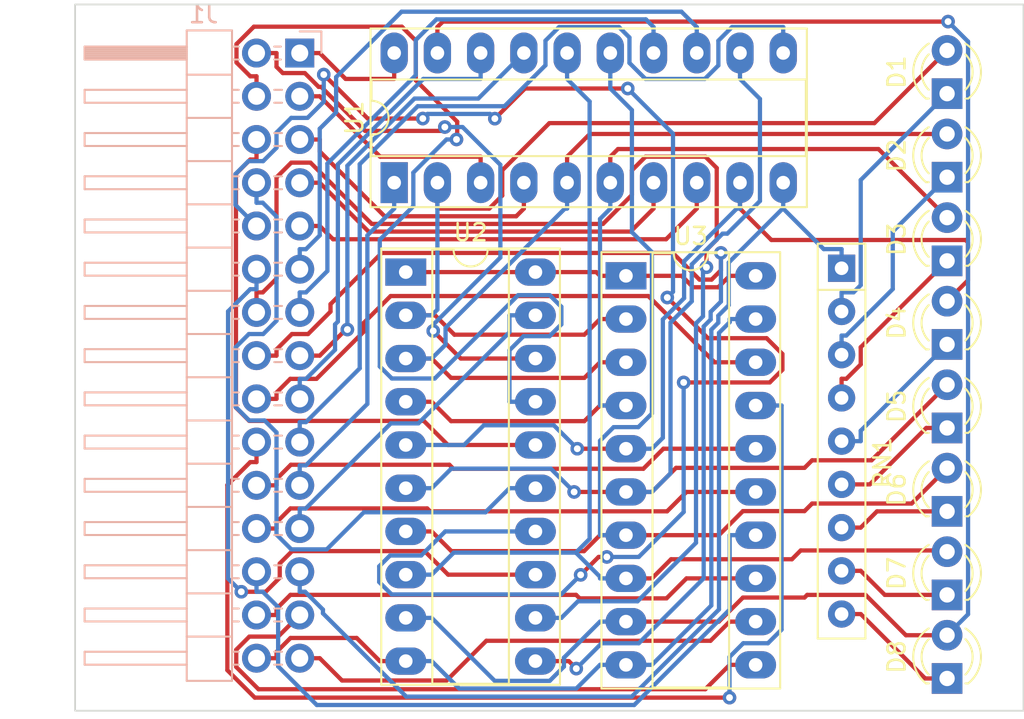
<source format=kicad_pcb>
(kicad_pcb (version 20211014) (generator pcbnew)
  (layers (0 "F.Cu" signal) (31 "B.Cu" signal) (34 "B.Paste" user) (35 "F.Paste" user) (36 "B.SilkS" user "B.Silkscreen") (37 "F.SilkS" user "F.Silkscreen") (38 "B.Mask" user) (39 "F.Mask" user) (44 "Edge.Cuts" user))
  (net 0 "")
  (net 1 "VCC")
  (net 2 "/RD_{0}")
  (net 3 "/D_{0}")
  (net 4 "/RD_{1}")
  (net 5 "/D_{1}")
  (net 6 "/RD_{2}")
  (net 7 "/D_{2}")
  (net 8 "/RD_{3}")
  (net 9 "/D_{3}")
  (net 10 "/RD_{4}")
  (net 11 "/D_{4}")
  (net 12 "/RD_{5}")
  (net 13 "/D_{5}")
  (net 14 "/RD_{6}")
  (net 15 "/D_{6}")
  (net 16 "/RD_{7}")
  (net 17 "/D_{7}")
  (net 18 "/RS_{0}")
  (net 19 "/CLK")
  (net 20 "/RS_{1}")
  (net 21 "/RB_{E}")
  (net 22 "/RS_{2}")
  (net 23 "/RD_{E}")
  (net 24 "/RS_{3}")
  (net 25 "/RS_{E}")
  (net 26 "/RS_{4}")
  (net 27 "/RS_{7}")
  (net 28 "/RS_{5}")
  (net 29 "/RS_{6}")
  (net 30 "GND")
  (net 31 "Net-(U1-Pad2)")
  (net 32 "Net-(U1-Pad5)")
  (net 33 "Net-(U1-Pad6)")
  (net 34 "Net-(U1-Pad9)")
  (net 35 "Net-(U1-Pad12)")
  (net 36 "Net-(U1-Pad15)")
  (net 37 "Net-(U1-Pad16)")
  (net 38 "Net-(U1-Pad19)")
  (net 39 "Net-(U2-Pad1)")
  (net 40 "Net-(D1-Pad1)")
  (net 41 "Net-(D2-Pad1)")
  (net 42 "Net-(D3-Pad1)")
  (net 43 "Net-(D4-Pad1)")
  (net 44 "Net-(D5-Pad1)")
  (net 45 "Net-(D6-Pad1)")
  (net 46 "Net-(D7-Pad1)")
  (net 47 "Net-(D8-Pad1)")
  (footprint "LED_THT:LED_D3.0mm" (layer "F.Cu") (at 83.47 68.555 90)
    (fp_text reference "D3")
    (fp_text value "LED")
  )
  (footprint "Package_DIP:DIP-20_W7.62mm_Socket_LongPads" (layer "F.Cu") (at 64.6 69.435)
    (fp_text reference "U3")
    (fp_text value "74LS245")
  )
  (footprint "LED_THT:LED_D3.0mm" (layer "F.Cu") (at 83.47 88.185 90)
    (fp_text reference "D7")
    (fp_text value "LED")
  )
  (footprint "Package_DIP:DIP-20_W7.62mm_Socket_LongPads" (layer "F.Cu") (at 51.66 69.215)
    (fp_text reference "U2")
    (fp_text value "74LS245")
  )
  (footprint "LED_THT:LED_D3.0mm" (layer "F.Cu") (at 83.47 73.465 90)
    (fp_text reference "D4")
    (fp_text value "LED")
  )
  (footprint "LED_THT:LED_D3.0mm" (layer "F.Cu") (at 83.47 58.73 90)
    (fp_text reference "D1")
    (fp_text value "LED")
  )
  (footprint "Package_DIP:DIP-20_W7.62mm_Socket_LongPads" (layer "F.Cu") (at 50.98 63.96 90)
    (fp_text reference "U1")
    (fp_text value "74LS377")
  )
  (footprint "LED_THT:LED_D3.0mm" (layer "F.Cu") (at 83.47 93.095 90)
    (fp_text reference "D8")
    (fp_text value "LED")
  )
  (footprint "Resistor_THT:R_Array_SIP9" (layer "F.Cu") (at 77.27 68.99 -90)
    (fp_text reference "RN1")
    (fp_text value "R_Network08_Split")
  )
  (footprint "LED_THT:LED_D3.0mm" (layer "F.Cu") (at 83.47 83.275 90)
    (fp_text reference "D6")
    (fp_text value "LED")
  )
  (footprint "LED_THT:LED_D3.0mm" (layer "F.Cu") (at 83.47 78.375 90)
    (fp_text reference "D5")
    (fp_text value "LED")
  )
  (footprint "LED_THT:LED_D3.0mm" (layer "F.Cu") (at 83.47 63.64 90)
    (fp_text reference "D2")
    (fp_text value "LED")
  )
  (footprint "Connector_PinHeader_2.54mm:PinHeader_2x15_P2.54mm_Horizontal" (layer "B.Cu") (at 45.43 56.345 180)
    (fp_text reference "J1")
    (fp_text value "Conn_02x15_Counter_Clockwise")
  )
  (gr_rect (start 32.23 53.49) (end 87.96 94.99) (layer "Edge.Cuts") (width 0.1) (fill none))
  (segment (start 48.1252 57.8651) (end 46.6051 56.345) (width 0.25) (layer "F.Cu") (net 1))
  (segment (start 50.98 57.8651) (end 48.1252 57.8651) (width 0.25) (layer "F.Cu") (net 1))
  (segment (start 50.98 56.34) (end 50.98 57.8651) (width 0.25) (layer "F.Cu") (net 1))
  (segment (start 45.43 56.345) (end 46.6051 56.345) (width 0.25) (layer "F.Cu") (net 1))
  (segment (start 53.7296 60.9183) (end 53.956 60.6919) (width 0.25) (layer "F.Cu") (net 2))
  (segment (start 44.0651 57.1529) (end 44.4323 57.5201) (width 0.25) (layer "F.Cu") (net 2))
  (segment (start 45.7279 57.5201) (end 46.5414 58.3336) (width 0.25) (layer "F.Cu") (net 2))
  (segment (start 53.2735 72.6744) (end 54.8941 74.295) (width 0.25) (layer "F.Cu") (net 2))
  (segment (start 44.4323 57.5201) (end 45.7279 57.5201) (width 0.25) (layer "F.Cu") (net 2))
  (segment (start 46.5414 58.3336) (end 46.6904 58.3336) (width 0.25) (layer "F.Cu") (net 2))
  (segment (start 49.2751 60.9183) (end 53.7296 60.9183) (width 0.25) (layer "F.Cu") (net 2))
  (segment (start 44.0651 56.345) (end 44.0651 57.1529) (width 0.25) (layer "F.Cu") (net 2))
  (segment (start 42.89 56.345) (end 44.0651 56.345) (width 0.25) (layer "F.Cu") (net 2))
  (segment (start 46.6904 58.3336) (end 49.2751 60.9183) (width 0.25) (layer "F.Cu") (net 2))
  (segment (start 54.8941 74.295) (end 59.28 74.295) (width 0.25) (layer "F.Cu") (net 2))
  (via (at 53.956 60.6919) (size 0.8) (drill 0.4) (layers "F.Cu" "B.Cu") (net 2))
  (via (at 53.2735 72.6744) (size 0.8) (drill 0.4) (layers "F.Cu" "B.Cu") (net 2))
  (segment (start 57.2195 62.913) (end 54.9984 60.6919) (width 0.25) (layer "B.Cu") (net 2))
  (segment (start 53.2735 72.6744) (end 53.2735 72.3033) (width 0.25) (layer "B.Cu") (net 2))
  (segment (start 53.2735 72.3033) (end 57.2195 68.3573) (width 0.25) (layer "B.Cu") (net 2))
  (segment (start 57.2195 68.3573) (end 57.2195 62.913) (width 0.25) (layer "B.Cu") (net 2))
  (segment (start 54.9984 60.6919) (end 53.956 60.6919) (width 0.25) (layer "B.Cu") (net 2))
  (segment (start 56.06 63.96) (end 56.06 62.4349) (width 0.25) (layer "F.Cu") (net 3))
  (segment (start 46.6051 58.885) (end 50.155 62.4349) (width 0.25) (layer "F.Cu") (net 3))
  (segment (start 50.155 62.4349) (end 56.06 62.4349) (width 0.25) (layer "F.Cu") (net 3))
  (segment (start 45.43 58.885) (end 46.6051 58.885) (width 0.25) (layer "F.Cu") (net 3))
  (segment (start 41.7137 56.9008) (end 41.7137 55.8172) (width 0.25) (layer "F.Cu") (net 4))
  (segment (start 42.89 57.7099) (end 42.5228 57.7099) (width 0.25) (layer "F.Cu") (net 4))
  (segment (start 51.43 54.7945) (end 52.25 55.6145) (width 0.25) (layer "F.Cu") (net 4))
  (segment (start 54.6829 61.38) (end 54.6411 61.4218) (width 0.25) (layer "F.Cu") (net 4))
  (segment (start 42.7364 54.7945) (end 51.43 54.7945) (width 0.25) (layer "F.Cu") (net 4))
  (segment (start 52.25 57.9447) (end 54.6829 60.3776) (width 0.25) (layer "F.Cu") (net 4))
  (segment (start 54.6829 60.3776) (end 54.6829 61.38) (width 0.25) (layer "F.Cu") (net 4))
  (segment (start 52.25 55.6145) (end 52.25 57.9447) (width 0.25) (layer "F.Cu") (net 4))
  (segment (start 41.7137 55.8172) (end 42.7364 54.7945) (width 0.25) (layer "F.Cu") (net 4))
  (segment (start 42.5228 57.7099) (end 41.7137 56.9008) (width 0.25) (layer "F.Cu") (net 4))
  (segment (start 42.89 58.885) (end 42.89 57.7099) (width 0.25) (layer "F.Cu") (net 4))
  (via (at 54.6411 61.4218) (size 0.8) (drill 0.4) (layers "F.Cu" "B.Cu") (net 4))
  (segment (start 60.1068 72.9816) (end 60.8051 72.2833) (width 0.25) (layer "B.Cu") (net 4))
  (segment (start 52.1052 63.3679) (end 54.0513 61.4218) (width 0.25) (layer "B.Cu") (net 4))
  (segment (start 50.8423 75.4686) (end 50.1336 74.7599) (width 0.25) (layer "B.Cu") (net 4))
  (segment (start 60.1185 70.5698) (end 58.2652 70.5698) (width 0.25) (layer "B.Cu") (net 4))
  (segment (start 57.7549 73.8077) (end 58.581 72.9816) (width 0.25) (layer "B.Cu") (net 4))
  (segment (start 50.1336 74.7599) (end 50.1336 67.3153) (width 0.25) (layer "B.Cu") (net 4))
  (segment (start 60.8051 72.2833) (end 60.8051 71.2564) (width 0.25) (layer "B.Cu") (net 4))
  (segment (start 52.1052 65.3437) (end 52.1052 63.3679) (width 0.25) (layer "B.Cu") (net 4))
  (segment (start 57.7549 76.835) (end 57.7549 73.8077) (width 0.25) (layer "B.Cu") (net 4))
  (segment (start 54.0513 61.4218) (end 54.6411 61.4218) (width 0.25) (layer "B.Cu") (net 4))
  (segment (start 58.581 72.9816) (end 60.1068 72.9816) (width 0.25) (layer "B.Cu") (net 4))
  (segment (start 59.28 76.835) (end 57.7549 76.835) (width 0.25) (layer "B.Cu") (net 4))
  (segment (start 53.3664 75.4686) (end 50.8423 75.4686) (width 0.25) (layer "B.Cu") (net 4))
  (segment (start 58.2652 70.5698) (end 53.3664 75.4686) (width 0.25) (layer "B.Cu") (net 4))
  (segment (start 60.8051 71.2564) (end 60.1185 70.5698) (width 0.25) (layer "B.Cu") (net 4))
  (segment (start 50.1336 67.3153) (end 52.1052 65.3437) (width 0.25) (layer "B.Cu") (net 4))
  (segment (start 58.1499 65.9352) (end 58.6 65.4851) (width 0.25) (layer "F.Cu") (net 5))
  (segment (start 58.6 63.96) (end 58.6 65.4851) (width 0.25) (layer "F.Cu") (net 5))
  (segment (start 45.43 61.425) (end 46.6051 61.425) (width 0.25) (layer "F.Cu") (net 5))
  (segment (start 50.4155 65.9352) (end 58.1499 65.9352) (width 0.25) (layer "F.Cu") (net 5))
  (segment (start 46.6051 62.1248) (end 50.4155 65.9352) (width 0.25) (layer "F.Cu") (net 5))
  (segment (start 46.6051 61.425) (end 46.6051 62.1248) (width 0.25) (layer "F.Cu") (net 5))
  (segment (start 42.89 62.6001) (end 42.5228 62.6001) (width 0.25) (layer "F.Cu") (net 6))
  (segment (start 41.6833 77.1805) (end 42.463 77.9602) (width 0.25) (layer "F.Cu") (net 6))
  (segment (start 42.5228 62.6001) (end 41.6833 63.4396) (width 0.25) (layer "F.Cu") (net 6))
  (segment (start 42.89 61.425) (end 42.89 62.6001) (width 0.25) (layer "F.Cu") (net 6))
  (segment (start 42.463 77.9602) (end 52.7215 77.9602) (width 0.25) (layer "F.Cu") (net 6))
  (segment (start 54.1363 79.375) (end 59.28 79.375) (width 0.25) (layer "F.Cu") (net 6))
  (segment (start 41.6833 63.4396) (end 41.6833 77.1805) (width 0.25) (layer "F.Cu") (net 6))
  (segment (start 52.7215 77.9602) (end 54.1363 79.375) (width 0.25) (layer "F.Cu") (net 6))
  (segment (start 49.4755 66.8354) (end 64.8697 66.8354) (width 0.25) (layer "F.Cu") (net 7))
  (segment (start 64.8697 66.8354) (end 66.22 65.4851) (width 0.25) (layer "F.Cu") (net 7))
  (segment (start 46.6051 63.965) (end 49.4755 66.8354) (width 0.25) (layer "F.Cu") (net 7))
  (segment (start 66.22 63.96) (end 66.22 65.4851) (width 0.25) (layer "F.Cu") (net 7))
  (segment (start 45.43 63.965) (end 46.6051 63.965) (width 0.25) (layer "F.Cu") (net 7))
  (segment (start 47.0184 85.509) (end 49.1976 83.3298) (width 0.25) (layer "B.Cu") (net 8))
  (segment (start 42.4409 72.855) (end 41.6685 73.6274) (width 0.25) (layer "B.Cu") (net 8))
  (segment (start 42.461 77.935) (end 43.3634 77.935) (width 0.25) (layer "B.Cu") (net 8))
  (segment (start 49.1976 83.3298) (end 56.3401 83.3298) (width 0.25) (layer "B.Cu") (net 8))
  (segment (start 43.2573 65.1401) (end 44.0651 65.9479) (width 0.25) (layer "B.Cu") (net 8))
  (segment (start 44.0651 84.6392) (end 44.9349 85.509) (width 0.25) (layer "B.Cu") (net 8))
  (segment (start 59.28 81.915) (end 57.7549 81.915) (width 0.25) (layer "B.Cu") (net 8))
  (segment (start 42.89 65.1401) (end 43.2573 65.1401) (width 0.25) (layer "B.Cu") (net 8))
  (segment (start 42.89 63.965) (end 42.89 65.1401) (width 0.25) (layer "B.Cu") (net 8))
  (segment (start 41.6685 77.1425) (end 42.461 77.935) (width 0.25) (layer "B.Cu") (net 8))
  (segment (start 43.3634 77.935) (end 44.0651 78.6367) (width 0.25) (layer "B.Cu") (net 8))
  (segment (start 44.0651 65.9479) (end 44.0651 72.074) (width 0.25) (layer "B.Cu") (net 8))
  (segment (start 43.2841 72.855) (end 42.4409 72.855) (width 0.25) (layer "B.Cu") (net 8))
  (segment (start 44.0651 72.074) (end 43.2841 72.855) (width 0.25) (layer "B.Cu") (net 8))
  (segment (start 44.9349 85.509) (end 47.0184 85.509) (width 0.25) (layer "B.Cu") (net 8))
  (segment (start 44.0651 78.6367) (end 44.0651 84.6392) (width 0.25) (layer "B.Cu") (net 8))
  (segment (start 56.3401 83.3298) (end 57.7549 81.915) (width 0.25) (layer "B.Cu") (net 8))
  (segment (start 41.6685 73.6274) (end 41.6685 77.1425) (width 0.25) (layer "B.Cu") (net 8))
  (segment (start 47.3856 67.2855) (end 66.9596 67.2855) (width 0.25) (layer "F.Cu") (net 9))
  (segment (start 66.9596 67.2855) (end 68.76 65.4851) (width 0.25) (layer "F.Cu") (net 9))
  (segment (start 46.6051 66.505) (end 47.3856 67.2855) (width 0.25) (layer "F.Cu") (net 9))
  (segment (start 68.76 63.96) (end 68.76 65.4851) (width 0.25) (layer "F.Cu") (net 9))
  (segment (start 45.43 66.505) (end 46.6051 66.505) (width 0.25) (layer "F.Cu") (net 9))
  (segment (start 62.9904 85.9543) (end 63.4753 85.9543) (width 0.25) (layer "F.Cu") (net 10))
  (segment (start 49.4264 60.1932) (end 52.6618 60.1932) (width 0.25) (layer "F.Cu") (net 10))
  (segment (start 73.0484 75.7007) (end 67.9903 75.7007) (width 0.25) (layer "F.Cu") (net 10))
  (segment (start 61.9375 87.0072) (end 62.9904 85.9543) (width 0.25) (layer "F.Cu") (net 10))
  (segment (start 69.4175 73.1002) (end 72.8654 73.1002) (width 0.25) (layer "F.Cu") (net 10))
  (segment (start 73.7938 74.9553) (end 73.0484 75.7007) (width 0.25) (layer "F.Cu") (net 10))
  (segment (start 73.7938 74.0286) (end 73.7938 74.9553) (width 0.25) (layer "F.Cu") (net 10))
  (segment (start 46.8417 57.6085) (end 49.4264 60.1932) (width 0.25) (layer "F.Cu") (net 10))
  (segment (start 67.0277 70.7104) (end 69.4175 73.1002) (width 0.25) (layer "F.Cu") (net 10))
  (segment (start 56.8947 60.1986) (end 58.6651 58.4282) (width 0.25) (layer "F.Cu") (net 10))
  (segment (start 58.6651 58.4282) (end 64.7056 58.4282) (width 0.25) (layer "F.Cu") (net 10))
  (segment (start 72.8654 73.1002) (end 73.7938 74.0286) (width 0.25) (layer "F.Cu") (net 10))
  (via (at 67.9903 75.7007) (size 0.8) (drill 0.4) (layers "F.Cu" "B.Cu") (net 10))
  (via (at 67.0277 70.7104) (size 0.8) (drill 0.4) (layers "F.Cu" "B.Cu") (net 10))
  (via (at 63.4753 85.9543) (size 0.8) (drill 0.4) (layers "F.Cu" "B.Cu") (net 10))
  (via (at 56.8947 60.1986) (size 0.8) (drill 0.4) (layers "F.Cu" "B.Cu") (net 10))
  (via (at 52.6618 60.1932) (size 0.8) (drill 0.4) (layers "F.Cu" "B.Cu") (net 10))
  (via (at 61.9375 87.0072) (size 0.8) (drill 0.4) (layers "F.Cu" "B.Cu") (net 10))
  (via (at 64.7056 58.4282) (size 0.8) (drill 0.4) (layers "F.Cu" "B.Cu") (net 10))
  (via (at 46.8417 57.6085) (size 0.8) (drill 0.4) (layers "F.Cu" "B.Cu") (net 10))
  (segment (start 41.6556 65.2706) (end 41.6556 63.4548) (width 0.25) (layer "B.Cu") (net 10))
  (segment (start 43.2818 62.695) (end 44.0651 61.9117) (width 0.25) (layer "B.Cu") (net 10))
  (segment (start 56.6181 59.922) (end 56.8947 60.1986) (width 0.25) (layer "B.Cu") (net 10))
  (segment (start 67.3641 61.0867) (end 67.3641 70.374) (width 0.25) (layer "B.Cu") (net 10))
  (segment (start 41.6556 63.4548) (end 42.4154 62.695) (width 0.25) (layer "B.Cu") (net 10))
  (segment (start 45.8884 60.155) (end 46.8417 59.2017) (width 0.25) (layer "B.Cu") (net 10))
  (segment (start 50.8275 88.1565) (end 50.0992 87.4282) (width 0.25) (layer "B.Cu") (net 10))
  (segment (start 44.0651 61.9117) (end 44.0651 61.0176) (width 0.25) (layer "B.Cu") (net 10))
  (segment (start 63.4753 85.9543) (end 65.3503 85.9543) (width 0.25) (layer "B.Cu") (net 10))
  (segment (start 67.3641 70.374) (end 67.0277 70.7104) (width 0.25) (layer "B.Cu") (net 10))
  (segment (start 53.9805 84.455) (end 59.28 84.455) (width 0.25) (layer "B.Cu") (net 10))
  (segment (start 52.933 59.922) (end 56.6181 59.922) (width 0.25) (layer "B.Cu") (net 10))
  (segment (start 42.89 66.505) (end 41.6556 65.2706) (width 0.25) (layer "B.Cu") (net 10))
  (segment (start 50.7351 85.8698) (end 52.5657 85.8698) (width 0.25) (layer "B.Cu") (net 10))
  (segment (start 60.7882 88.1565) (end 50.8275 88.1565) (width 0.25) (layer "B.Cu") (net 10))
  (segment (start 44.9277 60.155) (end 45.8884 60.155) (width 0.25) (layer "B.Cu") (net 10))
  (segment (start 44.0651 61.0176) (end 44.9277 60.155) (width 0.25) (layer "B.Cu") (net 10))
  (segment (start 50.0992 86.5057) (end 50.7351 85.8698) (width 0.25) (layer "B.Cu") (net 10))
  (segment (start 50.0992 87.4282) (end 50.0992 86.5057) (width 0.25) (layer "B.Cu") (net 10))
  (segment (start 67.9903 83.3143) (end 67.9903 75.7007) (width 0.25) (layer "B.Cu") (net 10))
  (segment (start 42.4154 62.695) (end 43.2818 62.695) (width 0.25) (layer "B.Cu") (net 10))
  (segment (start 65.3503 85.9543) (end 67.9903 83.3143) (width 0.25) (layer "B.Cu") (net 10))
  (segment (start 52.5657 85.8698) (end 53.9805 84.455) (width 0.25) (layer "B.Cu") (net 10))
  (segment (start 61.9375 87.0072) (end 60.7882 88.1565) (width 0.25) (layer "B.Cu") (net 10))
  (segment (start 64.7056 58.4282) (end 67.3641 61.0867) (width 0.25) (layer "B.Cu") (net 10))
  (segment (start 46.8417 59.2017) (end 46.8417 57.6085) (width 0.25) (layer "B.Cu") (net 10))
  (segment (start 52.6618 60.1932) (end 52.933 59.922) (width 0.25) (layer "B.Cu") (net 10))
  (segment (start 45.43 67.8699) (end 45.7973 67.8699) (width 0.25) (layer "B.Cu") (net 11))
  (segment (start 45.43 69.045) (end 45.43 67.8699) (width 0.25) (layer "B.Cu") (net 11))
  (segment (start 46.6051 60.7916) (end 47.5669 59.8298) (width 0.25) (layer "B.Cu") (net 11))
  (segment (start 67.8598 53.9147) (end 68.76 54.8149) (width 0.25) (layer "B.Cu") (net 11))
  (segment (start 68.76 56.34) (end 68.76 54.8149) (width 0.25) (layer "B.Cu") (net 11))
  (segment (start 47.5669 59.8298) (end 47.5669 57.7596) (width 0.25) (layer "B.Cu") (net 11))
  (segment (start 47.5669 57.7596) (end 51.4118 53.9147) (width 0.25) (layer "B.Cu") (net 11))
  (segment (start 45.7973 67.8699) (end 46.6051 67.0621) (width 0.25) (layer "B.Cu") (net 11))
  (segment (start 51.4118 53.9147) (end 67.8598 53.9147) (width 0.25) (layer "B.Cu") (net 11))
  (segment (start 46.6051 67.0621) (end 46.6051 60.7916) (width 0.25) (layer "B.Cu") (net 11))
  (segment (start 44.2548 86.338) (end 44.9816 85.6112) (width 0.25) (layer "F.Cu") (net 12))
  (segment (start 43.4313 88.0002) (end 44.2548 87.1767) (width 0.25) (layer "F.Cu") (net 12))
  (segment (start 44.2548 87.1767) (end 44.2548 86.338) (width 0.25) (layer "F.Cu") (net 12))
  (segment (start 54.1496 86.995) (end 57.7549 86.995) (width 0.25) (layer "F.Cu") (net 12))
  (segment (start 41.9955 88.0002) (end 43.4313 88.0002) (width 0.25) (layer "F.Cu") (net 12))
  (segment (start 59.28 86.995) (end 57.7549 86.995) (width 0.25) (layer "F.Cu") (net 12))
  (segment (start 44.9816 85.6112) (end 52.7658 85.6112) (width 0.25) (layer "F.Cu") (net 12))
  (segment (start 52.7658 85.6112) (end 54.1496 86.995) (width 0.25) (layer "F.Cu") (net 12))
  (via (at 41.9955 88.0002) (size 0.8) (drill 0.4) (layers "F.Cu" "B.Cu") (net 12))
  (segment (start 41.2184 87.2231) (end 41.9955 88.0002) (width 0.25) (layer "B.Cu") (net 12))
  (segment (start 42.89 70.2201) (end 42.5228 70.2201) (width 0.25) (layer "B.Cu") (net 12))
  (segment (start 42.89 69.045) (end 42.89 70.2201) (width 0.25) (layer "B.Cu") (net 12))
  (segment (start 41.2184 71.5245) (end 41.2184 87.2231) (width 0.25) (layer "B.Cu") (net 12))
  (segment (start 42.5228 70.2201) (end 41.2184 71.5245) (width 0.25) (layer "B.Cu") (net 12))
  (segment (start 52.25 55.5753) (end 52.25 57.6425) (width 0.25) (layer "B.Cu") (net 13))
  (segment (start 45.7952 70.4099) (end 45.43 70.4099) (width 0.25) (layer "B.Cu") (net 13))
  (segment (start 65.7699 54.3648) (end 53.4605 54.3648) (width 0.25) (layer "B.Cu") (net 13))
  (segment (start 47.0552 69.1499) (end 45.7952 70.4099) (width 0.25) (layer "B.Cu") (net 13))
  (segment (start 66.22 54.8149) (end 65.7699 54.3648) (width 0.25) (layer "B.Cu") (net 13))
  (segment (start 45.43 71.585) (end 45.43 70.4099) (width 0.25) (layer "B.Cu") (net 13))
  (segment (start 47.0552 62.8373) (end 47.0552 69.1499) (width 0.25) (layer "B.Cu") (net 13))
  (segment (start 52.25 57.6425) (end 47.0552 62.8373) (width 0.25) (layer "B.Cu") (net 13))
  (segment (start 53.4605 54.3648) (end 52.25 55.5753) (width 0.25) (layer "B.Cu") (net 13))
  (segment (start 66.22 56.34) (end 66.22 54.8149) (width 0.25) (layer "B.Cu") (net 13))
  (segment (start 69.9336 67.3093) (end 69.3268 67.9161) (width 0.25) (layer "F.Cu") (net 14))
  (segment (start 49.662 66.3853) (end 63.2486 66.3853) (width 0.25) (layer "F.Cu") (net 14))
  (segment (start 46.0597 62.783) (end 49.662 66.3853) (width 0.25) (layer "F.Cu") (net 14))
  (segment (start 69.9336 63.1001) (end 69.9336 67.3093) (width 0.25) (layer "F.Cu") (net 14))
  (segment (start 69.3268 67.9161) (end 69.3268 68.9315) (width 0.25) (layer "F.Cu") (net 14))
  (segment (start 42.89 70.4099) (end 43.2573 70.4099) (width 0.25) (layer "F.Cu") (net 14))
  (segment (start 42.89 71.585) (end 42.89 70.4099) (width 0.25) (layer "F.Cu") (net 14))
  (segment (start 64.95 63.2343) (end 65.7494 62.4349) (width 0.25) (layer "F.Cu") (net 14))
  (segment (start 63.2486 66.3853) (end 64.95 64.6839) (width 0.25) (layer "F.Cu") (net 14))
  (segment (start 65.7494 62.4349) (end 69.2684 62.4349) (width 0.25) (layer "F.Cu") (net 14))
  (segment (start 44.0651 69.6021) (end 44.0651 63.6502) (width 0.25) (layer "F.Cu") (net 14))
  (segment (start 64.95 64.6839) (end 64.95 63.2343) (width 0.25) (layer "F.Cu") (net 14))
  (segment (start 44.0651 63.6502) (end 44.9323 62.783) (width 0.25) (layer "F.Cu") (net 14))
  (segment (start 69.2684 62.4349) (end 69.9336 63.1001) (width 0.25) (layer "F.Cu") (net 14))
  (segment (start 43.2573 70.4099) (end 44.0651 69.6021) (width 0.25) (layer "F.Cu") (net 14))
  (segment (start 44.9323 62.783) (end 46.0597 62.783) (width 0.25) (layer "F.Cu") (net 14))
  (via (at 69.3268 68.9315) (size 0.8) (drill 0.4) (layers "F.Cu" "B.Cu") (net 14))
  (segment (start 60.8051 89.535) (end 61.7812 88.5589) (width 0.25) (layer "B.Cu") (net 14))
  (segment (start 65.2796 88.5589) (end 68.7162 85.1223) (width 0.25) (layer "B.Cu") (net 14))
  (segment (start 69.1265 71.8161) (end 69.1265 69.1318) (width 0.25) (layer "B.Cu") (net 14))
  (segment (start 68.7162 72.2264) (end 69.1265 71.8161) (width 0.25) (layer "B.Cu") (net 14))
  (segment (start 61.7812 88.5589) (end 65.2796 88.5589) (width 0.25) (layer "B.Cu") (net 14))
  (segment (start 68.7162 85.1223) (end 68.7162 72.2264) (width 0.25) (layer "B.Cu") (net 14))
  (segment (start 69.1265 69.1318) (end 69.3268 68.9315) (width 0.25) (layer "B.Cu") (net 14))
  (segment (start 59.28 89.535) (end 60.8051 89.535) (width 0.25) (layer "B.Cu") (net 14))
  (segment (start 46.6051 74.125) (end 48.1394 72.5907) (width 0.25) (layer "F.Cu") (net 15))
  (segment (start 48.1394 72.5907) (end 48.2295 72.5907) (width 0.25) (layer "F.Cu") (net 15))
  (segment (start 45.43 74.125) (end 46.6051 74.125) (width 0.25) (layer "F.Cu") (net 15))
  (via (at 48.2295 72.5907) (size 0.8) (drill 0.4) (layers "F.Cu" "B.Cu") (net 15))
  (segment (start 58.6 56.34) (end 55.922 59.018) (width 0.25) (layer "B.Cu") (net 15))
  (segment (start 55.922 59.018) (end 52.175 59.018) (width 0.25) (layer "B.Cu") (net 15))
  (segment (start 52.175 59.018) (end 48.2295 62.9635) (width 0.25) (layer "B.Cu") (net 15))
  (segment (start 48.2295 62.9635) (end 48.2295 72.5907) (width 0.25) (layer "B.Cu") (net 15))
  (segment (start 47.2384 71.5383) (end 47.2384 71.0993) (width 0.25) (layer "F.Cu") (net 16))
  (segment (start 44.0651 73.7597) (end 44.9698 72.855) (width 0.25) (layer "F.Cu") (net 16))
  (segment (start 45.9217 72.855) (end 47.2384 71.5383) (width 0.25) (layer "F.Cu") (net 16))
  (segment (start 67.3504 68.0898) (end 68.9172 69.6566) (width 0.25) (layer "F.Cu") (net 16))
  (segment (start 59.28 92.075) (end 61.2411 92.075) (width 0.25) (layer "F.Cu") (net 16))
  (segment (start 61.2411 92.075) (end 61.6801 92.514) (width 0.25) (layer "F.Cu") (net 16))
  (segment (start 69.633 69.6566) (end 70.1805 69.1091) (width 0.25) (layer "F.Cu") (net 16))
  (segment (start 50.2479 68.0898) (end 67.3504 68.0898) (width 0.25) (layer "F.Cu") (net 16))
  (segment (start 44.9698 72.855) (end 45.9217 72.855) (width 0.25) (layer "F.Cu") (net 16))
  (segment (start 47.2384 71.0993) (end 50.2479 68.0898) (width 0.25) (layer "F.Cu") (net 16))
  (segment (start 68.9172 69.6566) (end 69.633 69.6566) (width 0.25) (layer "F.Cu") (net 16))
  (segment (start 70.1805 69.1091) (end 70.1805 68.0878) (width 0.25) (layer "F.Cu") (net 16))
  (segment (start 42.89 74.125) (end 44.0651 74.125) (width 0.25) (layer "F.Cu") (net 16))
  (segment (start 44.0651 74.125) (end 44.0651 73.7597) (width 0.25) (layer "F.Cu") (net 16))
  (via (at 61.6801 92.514) (size 0.8) (drill 0.4) (layers "F.Cu" "B.Cu") (net 16))
  (via (at 70.1805 68.0878) (size 0.8) (drill 0.4) (layers "F.Cu" "B.Cu") (net 16))
  (segment (start 69.1663 72.4129) (end 69.5766 72.0026) (width 0.25) (layer "B.Cu") (net 16))
  (segment (start 69.5766 72.0026) (end 69.5766 71.5512) (width 0.25) (layer "B.Cu") (net 16))
  (segment (start 61.6801 92.514) (end 63.1691 91.025) (width 0.25) (layer "B.Cu") (net 16))
  (segment (start 65.3539 91.025) (end 69.1663 87.2126) (width 0.25) (layer "B.Cu") (net 16))
  (segment (start 69.1663 87.2126) (end 69.1663 72.4129) (width 0.25) (layer "B.Cu") (net 16))
  (segment (start 69.5766 71.5512) (end 70.1805 70.9473) (width 0.25) (layer "B.Cu") (net 16))
  (segment (start 63.1691 91.025) (end 65.3539 91.025) (width 0.25) (layer "B.Cu") (net 16))
  (segment (start 70.1805 70.9473) (end 70.1805 68.0878) (width 0.25) (layer "B.Cu") (net 16))
  (segment (start 45.7973 75.4899) (end 45.43 75.4899) (width 0.25) (layer "B.Cu") (net 17))
  (segment (start 52.6913 57.8651) (end 47.6709 62.8855) (width 0.25) (layer "B.Cu") (net 17))
  (segment (start 47.5044 72.2904) (end 47.5044 73.7828) (width 0.25) (layer "B.Cu") (net 17))
  (segment (start 47.6709 62.8855) (end 47.6709 72.1239) (width 0.25) (layer "B.Cu") (net 17))
  (segment (start 47.5044 73.7828) (end 45.7973 75.4899) (width 0.25) (layer "B.Cu") (net 17))
  (segment (start 56.06 57.8651) (end 52.6913 57.8651) (width 0.25) (layer "B.Cu") (net 17))
  (segment (start 47.6709 72.1239) (end 47.5044 72.2904) (width 0.25) (layer "B.Cu") (net 17))
  (segment (start 56.06 56.34) (end 56.06 57.8651) (width 0.25) (layer "B.Cu") (net 17))
  (segment (start 45.43 76.665) (end 45.43 75.4899) (width 0.25) (layer "B.Cu") (net 17))
  (segment (start 49.1848 72.7203) (end 49.1848 72.2079) (width 0.25) (layer "F.Cu") (net 18))
  (segment (start 49.1848 72.2079) (end 50.7707 70.622) (width 0.25) (layer "F.Cu") (net 18))
  (segment (start 50.7707 70.622) (end 65.9139 70.622) (width 0.25) (layer "F.Cu") (net 18))
  (segment (start 69.8069 74.515) (end 70.6949 74.515) (width 0.25) (layer "F.Cu") (net 18))
  (segment (start 44.0651 76.2977) (end 44.8729 75.4899) (width 0.25) (layer "F.Cu") (net 18))
  (segment (start 44.0651 76.665) (end 44.0651 76.2977) (width 0.25) (layer "F.Cu") (net 18))
  (segment (start 46.4152 75.4899) (end 49.1848 72.7203) (width 0.25) (layer "F.Cu") (net 18))
  (segment (start 65.9139 70.622) (end 69.8069 74.515) (width 0.25) (layer "F.Cu") (net 18))
  (segment (start 42.89 76.665) (end 44.0651 76.665) (width 0.25) (layer "F.Cu") (net 18))
  (segment (start 72.22 74.515) (end 70.6949 74.515) (width 0.25) (layer "F.Cu") (net 18))
  (segment (start 44.8729 75.4899) (end 46.4152 75.4899) (width 0.25) (layer "F.Cu") (net 18))
  (segment (start 45.43 79.205) (end 45.43 78.0299) (width 0.25) (layer "B.Cu") (net 19))
  (segment (start 60.6711 54.8149) (end 59.87 55.616) (width 0.25) (layer "B.Cu") (net 19))
  (segment (start 64.8052 56.9255) (end 64.8052 55.4317) (width 0.25) (layer "B.Cu") (net 19))
  (segment (start 48.9546 74.8725) (end 45.7972 78.0299) (width 0.25) (layer "B.Cu") (net 19))
  (segment (start 59.87 55.616) (end 59.87 57.0615) (width 0.25) (layer "B.Cu") (net 19))
  (segment (start 69.2335 57.8652) (end 65.7449 57.8652) (width 0.25) (layer "B.Cu") (net 19))
  (segment (start 70.8334 54.8149) (end 70.03 55.6183) (width 0.25) (layer "B.Cu") (net 19))
  (segment (start 64.1884 54.8149) (end 60.6711 54.8149) (width 0.25) (layer "B.Cu") (net 19))
  (segment (start 70.03 57.0687) (end 69.2335 57.8652) (width 0.25) (layer "B.Cu") (net 19))
  (segment (start 45.7972 78.0299) (end 45.43 78.0299) (width 0.25) (layer "B.Cu") (net 19))
  (segment (start 48.9546 62.875) (end 48.9546 74.8725) (width 0.25) (layer "B.Cu") (net 19))
  (segment (start 73.84 54.8149) (end 70.8334 54.8149) (width 0.25) (layer "B.Cu") (net 19))
  (segment (start 59.87 57.0615) (end 57.4634 59.4681) (width 0.25) (layer "B.Cu") (net 19))
  (segment (start 70.03 55.6183) (end 70.03 57.0687) (width 0.25) (layer "B.Cu") (net 19))
  (segment (start 65.7449 57.8652) (end 64.8052 56.9255) (width 0.25) (layer "B.Cu") (net 19))
  (segment (start 73.84 56.34) (end 73.84 54.8149) (width 0.25) (layer "B.Cu") (net 19))
  (segment (start 52.3615 59.4681) (end 48.9546 62.875) (width 0.25) (layer "B.Cu") (net 19))
  (segment (start 64.8052 55.4317) (end 64.1884 54.8149) (width 0.25) (layer "B.Cu") (net 19))
  (segment (start 57.4634 59.4681) (end 52.3615 59.4681) (width 0.25) (layer "B.Cu") (net 19))
  (segment (start 42.7899 94.2216) (end 70.6842 94.2216) (width 0.25) (layer "F.Cu") (net 20))
  (segment (start 41.1765 81.7264) (end 41.1765 92.6082) (width 0.25) (layer "F.Cu") (net 20))
  (segment (start 41.1765 92.6082) (end 42.7899 94.2216) (width 0.25) (layer "F.Cu") (net 20))
  (segment (start 42.5228 80.3801) (end 41.1765 81.7264) (width 0.25) (layer "F.Cu") (net 20))
  (segment (start 42.89 80.3801) (end 42.5228 80.3801) (width 0.25) (layer "F.Cu") (net 20))
  (segment (start 42.89 79.205) (end 42.89 80.3801) (width 0.25) (layer "F.Cu") (net 20))
  (via (at 70.6842 94.2216) (size 0.8) (drill 0.4) (layers "F.Cu" "B.Cu") (net 20))
  (segment (start 73.7451 77.055) (end 73.7451 90.224) (width 0.25) (layer "B.Cu") (net 20))
  (segment (start 72.22 77.055) (end 73.7451 77.055) (width 0.25) (layer "B.Cu") (net 20))
  (segment (start 72.9441 91.025) (end 71.4913 91.025) (width 0.25) (layer "B.Cu") (net 20))
  (segment (start 73.7451 90.224) (end 72.9441 91.025) (width 0.25) (layer "B.Cu") (net 20))
  (segment (start 70.6842 91.8321) (end 70.6842 94.2216) (width 0.25) (layer "B.Cu") (net 20))
  (segment (start 71.4913 91.025) (end 70.6842 91.8321) (width 0.25) (layer "B.Cu") (net 20))
  (segment (start 49.4048 76.9603) (end 45.7952 80.5699) (width 0.25) (layer "B.Cu") (net 21))
  (segment (start 49.4048 67.0603) (end 49.4048 76.9603) (width 0.25) (layer "B.Cu") (net 21))
  (segment (start 45.7952 80.5699) (end 45.43 80.5699) (width 0.25) (layer "B.Cu") (net 21))
  (segment (start 45.43 81.745) (end 45.43 80.5699) (width 0.25) (layer "B.Cu") (net 21))
  (segment (start 50.98 65.4851) (end 49.4048 67.0603) (width 0.25) (layer "B.Cu") (net 21))
  (segment (start 50.98 63.96) (end 50.98 65.4851) (width 0.25) (layer "B.Cu") (net 21))
  (segment (start 44.0651 81.3778) (end 44.0651 81.745) (width 0.25) (layer "F.Cu") (net 22))
  (segment (start 72.22 79.595) (end 66.8002 79.595) (width 0.25) (layer "F.Cu") (net 22))
  (segment (start 42.89 81.745) (end 44.0651 81.745) (width 0.25) (layer "F.Cu") (net 22))
  (segment (start 66.8002 79.595) (end 65.6222 80.773) (width 0.25) (layer "F.Cu") (net 22))
  (segment (start 54.2216 80.5363) (end 44.9066 80.5363) (width 0.25) (layer "F.Cu") (net 22))
  (segment (start 44.9066 80.5363) (end 44.0651 81.3778) (width 0.25) (layer "F.Cu") (net 22))
  (segment (start 65.6222 80.773) (end 54.4583 80.773) (width 0.25) (layer "F.Cu") (net 22))
  (segment (start 54.4583 80.773) (end 54.2216 80.5363) (width 0.25) (layer "F.Cu") (net 22))
  (segment (start 59.28 71.755) (end 57.7549 71.755) (width 0.25) (layer "B.Cu") (net 23))
  (segment (start 57.7549 71.755) (end 57.7549 72.7507) (width 0.25) (layer "B.Cu") (net 23))
  (segment (start 45.43 84.285) (end 45.43 83.1099) (width 0.25) (layer "B.Cu") (net 23))
  (segment (start 50.7847 78.105) (end 45.7798 83.1099) (width 0.25) (layer "B.Cu") (net 23))
  (segment (start 52.4006 78.105) (end 50.7847 78.105) (width 0.25) (layer "B.Cu") (net 23))
  (segment (start 45.7798 83.1099) (end 45.43 83.1099) (width 0.25) (layer "B.Cu") (net 23))
  (segment (start 57.7549 72.7507) (end 52.4006 78.105) (width 0.25) (layer "B.Cu") (net 23))
  (segment (start 53.09 83.2726) (end 52.9198 83.1024) (width 0.25) (layer "F.Cu") (net 24))
  (segment (start 52.9198 83.1024) (end 44.8824 83.1024) (width 0.25) (layer "F.Cu") (net 24))
  (segment (start 44.0651 83.9197) (end 44.0651 84.285) (width 0.25) (layer "F.Cu") (net 24))
  (segment (start 68.1549 82.135) (end 67.0173 83.2726) (width 0.25) (layer "F.Cu") (net 24))
  (segment (start 42.89 84.285) (end 44.0651 84.285) (width 0.25) (layer "F.Cu") (net 24))
  (segment (start 72.22 82.135) (end 68.1549 82.135) (width 0.25) (layer "F.Cu") (net 24))
  (segment (start 44.8824 83.1024) (end 44.0651 83.9197) (width 0.25) (layer "F.Cu") (net 24))
  (segment (start 67.0173 83.2726) (end 53.09 83.2726) (width 0.25) (layer "F.Cu") (net 24))
  (segment (start 45.7455 88.0001) (end 46.7948 89.0494) (width 0.25) (layer "B.Cu") (net 25))
  (segment (start 46.7948 89.0494) (end 46.7948 89.2698) (width 0.25) (layer "B.Cu") (net 25))
  (segment (start 70.0665 89.0372) (end 70.0665 72.7859) (width 0.25) (layer "B.Cu") (net 25))
  (segment (start 70.0665 72.7859) (end 70.6949 72.1575) (width 0.25) (layer "B.Cu") (net 25))
  (segment (start 45.43 88.0001) (end 45.7455 88.0001) (width 0.25) (layer "B.Cu") (net 25))
  (segment (start 45.43 86.825) (end 45.43 88.0001) (width 0.25) (layer "B.Cu") (net 25))
  (segment (start 70.6949 72.1575) (end 70.6949 71.975) (width 0.25) (layer "B.Cu") (net 25))
  (segment (start 51.6877 94.1627) (end 64.941 94.1627) (width 0.25) (layer "B.Cu") (net 25))
  (segment (start 46.7948 89.2698) (end 51.6877 94.1627) (width 0.25) (layer "B.Cu") (net 25))
  (segment (start 72.22 71.975) (end 70.6949 71.975) (width 0.25) (layer "B.Cu") (net 25))
  (segment (start 64.941 94.1627) (end 70.0665 89.0372) (width 0.25) (layer "B.Cu") (net 25))
  (segment (start 70.6949 84.675) (end 70.6949 89.0455) (width 0.25) (layer "B.Cu") (net 26))
  (segment (start 42.89 86.825) (end 42.89 88.0001) (width 0.25) (layer "B.Cu") (net 26))
  (segment (start 72.22 84.675) (end 70.6949 84.675) (width 0.25) (layer "B.Cu") (net 26))
  (segment (start 70.6949 89.0455) (end 65.0856 94.6548) (width 0.25) (layer "B.Cu") (net 26))
  (segment (start 43.2552 88.0001) (end 42.89 88.0001) (width 0.25) (layer "B.Cu") (net 26))
  (segment (start 46.4311 94.6548) (end 44.16 92.3837) (width 0.25) (layer "B.Cu") (net 26))
  (segment (start 44.16 88.9049) (end 43.2552 88.0001) (width 0.25) (layer "B.Cu") (net 26))
  (segment (start 65.0856 94.6548) (end 46.4311 94.6548) (width 0.25) (layer "B.Cu") (net 26))
  (segment (start 44.16 92.3837) (end 44.16 88.9049) (width 0.25) (layer "B.Cu") (net 26))
  (segment (start 72.22 92.295) (end 70.6949 92.295) (width 0.25) (layer "F.Cu") (net 27))
  (segment (start 41.6998 92.421) (end 43.0066 93.7278) (width 0.25) (layer "F.Cu") (net 27))
  (segment (start 41.6998 91.4047) (end 41.6998 92.421) (width 0.25) (layer "F.Cu") (net 27))
  (segment (start 69.2621 93.7278) (end 70.6949 92.295) (width 0.25) (layer "F.Cu") (net 27))
  (segment (start 44.16 90.635) (end 42.4695 90.635) (width 0.25) (layer "F.Cu") (net 27))
  (segment (start 45.43 89.365) (end 44.16 90.635) (width 0.25) (layer "F.Cu") (net 27))
  (segment (start 42.4695 90.635) (end 41.6998 91.4047) (width 0.25) (layer "F.Cu") (net 27))
  (segment (start 43.0066 93.7278) (end 69.2621 93.7278) (width 0.25) (layer "F.Cu") (net 27))
  (segment (start 42.89 89.365) (end 44.0651 89.365) (width 0.25) (layer "F.Cu") (net 28))
  (segment (start 61.8766 88.3879) (end 66.982 88.3879) (width 0.25) (layer "F.Cu") (net 28))
  (segment (start 44.0651 89.365) (end 44.0651 88.9997) (width 0.25) (layer "F.Cu") (net 28))
  (segment (start 61.6717 88.183) (end 61.8766 88.3879) (width 0.25) (layer "F.Cu") (net 28))
  (segment (start 44.0651 88.9997) (end 44.8818 88.183) (width 0.25) (layer "F.Cu") (net 28))
  (segment (start 68.1549 87.215) (end 72.22 87.215) (width 0.25) (layer "F.Cu") (net 28))
  (segment (start 66.982 88.3879) (end 68.1549 87.215) (width 0.25) (layer "F.Cu") (net 28))
  (segment (start 44.8818 88.183) (end 61.6717 88.183) (width 0.25) (layer "F.Cu") (net 28))
  (segment (start 54.0613 93.2144) (end 47.9145 93.2144) (width 0.25) (layer "F.Cu") (net 29))
  (segment (start 72.22 89.755) (end 70.6949 89.755) (width 0.25) (layer "F.Cu") (net 29))
  (segment (start 70.6949 89.755) (end 69.5696 90.8803) (width 0.25) (layer "F.Cu") (net 29))
  (segment (start 47.9145 93.2144) (end 46.6051 91.905) (width 0.25) (layer "F.Cu") (net 29))
  (segment (start 56.3954 90.8803) (end 54.0613 93.2144) (width 0.25) (layer "F.Cu") (net 29))
  (segment (start 69.5696 90.8803) (end 56.3954 90.8803) (width 0.25) (layer "F.Cu") (net 29))
  (segment (start 45.43 91.905) (end 46.6051 91.905) (width 0.25) (layer "F.Cu") (net 29))
  (segment (start 44.0651 91.5378) (end 44.8878 90.7151) (width 0.25) (layer "F.Cu") (net 30))
  (segment (start 44.8878 90.7151) (end 48.775 90.7151) (width 0.25) (layer "F.Cu") (net 30))
  (segment (start 48.775 90.7151) (end 50.1349 92.075) (width 0.25) (layer "F.Cu") (net 30))
  (segment (start 51.66 92.075) (end 50.1349 92.075) (width 0.25) (layer "F.Cu") (net 30))
  (segment (start 44.0651 91.905) (end 44.0651 91.5378) (width 0.25) (layer "F.Cu") (net 30))
  (segment (start 42.89 91.905) (end 44.0651 91.905) (width 0.25) (layer "F.Cu") (net 30))
  (segment (start 73.84 63.96) (end 73.84 64.7225) (width 0.25) (layer "B.Cu") (net 30))
  (segment (start 69.6164 88.8037) (end 69.6164 72.5994) (width 0.25) (layer "B.Cu") (net 30))
  (segment (start 70.6405 71.161) (end 70.6405 68.6532) (width 0.25) (layer "B.Cu") (net 30))
  (segment (start 61.6837 93.6862) (end 54.7963 93.6862) (width 0.25) (layer "B.Cu") (net 30))
  (segment (start 73.84 65.4537) (end 73.84 65.4851) (width 0.25) (layer "B.Cu") (net 30))
  (segment (start 69.6164 72.5994) (end 70.0267 72.1891) (width 0.25) (layer "B.Cu") (net 30))
  (segment (start 77.27 67.8649) (end 76.2198 67.8649) (width 0.25) (layer "B.Cu") (net 30))
  (segment (start 66.1251 92.295) (end 69.6164 88.8037) (width 0.25) (layer "B.Cu") (net 30))
  (segment (start 70.0267 72.1891) (end 70.0267 71.7748) (width 0.25) (layer "B.Cu") (net 30))
  (segment (start 73.84 65.4537) (end 73.84 64.7225) (width 0.25) (layer "B.Cu") (net 30))
  (segment (start 64.6 92.295) (end 63.0749 92.295) (width 0.25) (layer "B.Cu") (net 30))
  (segment (start 76.2198 67.8649) (end 73.84 65.4851) (width 0.25) (layer "B.Cu") (net 30))
  (segment (start 70.0267 71.7748) (end 70.6405 71.161) (width 0.25) (layer "B.Cu") (net 30))
  (segment (start 51.66 92.075) (end 53.1851 92.075) (width 0.25) (layer "B.Cu") (net 30))
  (segment (start 64.6 92.295) (end 66.1251 92.295) (width 0.25) (layer "B.Cu") (net 30))
  (segment (start 54.7963 93.6862) (end 53.1851 92.075) (width 0.25) (layer "B.Cu") (net 30))
  (segment (start 77.27 68.99) (end 77.27 67.8649) (width 0.25) (layer "B.Cu") (net 30))
  (segment (start 70.6405 68.6532) (end 73.84 65.4537) (width 0.25) (layer "B.Cu") (net 30))
  (segment (start 63.0749 92.295) (end 61.6837 93.6862) (width 0.25) (layer "B.Cu") (net 30))
  (segment (start 57.33 63.2313) (end 57.33 64.7184) (width 0.25) (layer "F.Cu") (net 31))
  (segment (start 64.6 71.975) (end 63.0749 71.975) (width 0.25) (layer "F.Cu") (net 31))
  (segment (start 63.0749 71.975) (end 62.1562 72.8937) (width 0.25) (layer "F.Cu") (net 31))
  (segment (start 57.33 64.7184) (end 56.5633 65.4851) (width 0.25) (layer "F.Cu") (net 31))
  (segment (start 54.5184 72.8937) (end 53.3797 71.755) (width 0.25) (layer "F.Cu") (net 31))
  (segment (start 56.5633 65.4851) (end 53.52 65.4851) (width 0.25) (layer "F.Cu") (net 31))
  (segment (start 51.66 71.755) (end 53.1851 71.755) (width 0.25) (layer "F.Cu") (net 31))
  (segment (start 83.47 56.19) (end 79.1983 60.4617) (width 0.25) (layer "F.Cu") (net 31))
  (segment (start 60.0996 60.4617) (end 57.33 63.2313) (width 0.25) (layer "F.Cu") (net 31))
  (segment (start 79.1983 60.4617) (end 60.0996 60.4617) (width 0.25) (layer "F.Cu") (net 31))
  (segment (start 62.1562 72.8937) (end 54.5184 72.8937) (width 0.25) (layer "F.Cu") (net 31))
  (segment (start 53.3797 71.755) (end 53.1851 71.755) (width 0.25) (layer "F.Cu") (net 31))
  (segment (start 53.52 63.96) (end 53.52 65.4851) (width 0.25) (layer "F.Cu") (net 31))
  (segment (start 53.52 71.4201) (end 53.1851 71.755) (width 0.25) (layer "B.Cu") (net 31))
  (segment (start 51.66 71.755) (end 53.1851 71.755) (width 0.25) (layer "B.Cu") (net 31))
  (segment (start 53.52 63.96) (end 53.52 71.4201) (width 0.25) (layer "B.Cu") (net 31))
  (segment (start 61.14 63.96) (end 61.14 62.4349) (width 0.25) (layer "F.Cu") (net 32))
  (segment (start 61.14 62.4349) (end 62.4749 61.1) (width 0.25) (layer "F.Cu") (net 32))
  (segment (start 62.4749 61.1) (end 83.47 61.1) (width 0.25) (layer "F.Cu") (net 32))
  (segment (start 54.3238 75.4337) (end 62.1562 75.4337) (width 0.25) (layer "F.Cu") (net 32))
  (segment (start 64.6 74.515) (end 63.0749 74.515) (width 0.25) (layer "F.Cu") (net 32))
  (segment (start 51.66 74.295) (end 53.1851 74.295) (width 0.25) (layer "F.Cu") (net 32))
  (segment (start 62.1562 75.4337) (end 63.0749 74.515) (width 0.25) (layer "F.Cu") (net 32))
  (segment (start 53.1851 74.295) (end 54.3238 75.4337) (width 0.25) (layer "F.Cu") (net 32))
  (segment (start 51.66 74.295) (end 53.1851 74.295) (width 0.25) (layer "B.Cu") (net 32))
  (segment (start 61.14 63.96) (end 61.14 65.4851) (width 0.25) (layer "B.Cu") (net 32))
  (segment (start 53.1851 74.295) (end 53.9986 73.4815) (width 0.25) (layer "B.Cu") (net 32))
  (segment (start 53.9986 73.4815) (end 53.9986 72.4932) (width 0.25) (layer "B.Cu") (net 32))
  (segment (start 53.9986 72.4932) (end 61.0067 65.4851) (width 0.25) (layer "B.Cu") (net 32))
  (segment (start 61.0067 65.4851) (end 61.14 65.4851) (width 0.25) (layer "B.Cu") (net 32))
  (segment (start 53.1851 76.835) (end 54.3238 77.9737) (width 0.25) (layer "F.Cu") (net 33))
  (segment (start 62.1562 77.9737) (end 63.0749 77.055) (width 0.25) (layer "F.Cu") (net 33))
  (segment (start 64.1301 61.9848) (end 63.68 62.4349) (width 0.25) (layer "F.Cu") (net 33))
  (segment (start 63.68 63.96) (end 63.68 62.4349) (width 0.25) (layer "F.Cu") (net 33))
  (segment (start 51.66 76.835) (end 53.1851 76.835) (width 0.25) (layer "F.Cu") (net 33))
  (segment (start 83.47 66.015) (end 79.4398 61.9848) (width 0.25) (layer "F.Cu") (net 33))
  (segment (start 79.4398 61.9848) (end 64.1301 61.9848) (width 0.25) (layer "F.Cu") (net 33))
  (segment (start 64.6 77.055) (end 63.0749 77.055) (width 0.25) (layer "F.Cu") (net 33))
  (segment (start 54.3238 77.9737) (end 62.1562 77.9737) (width 0.25) (layer "F.Cu") (net 33))
  (segment (start 64.6 77.055) (end 63.0749 77.055) (width 0.25) (layer "B.Cu") (net 33))
  (segment (start 63.0749 66.0902) (end 63.0749 77.055) (width 0.25) (layer "B.Cu") (net 33))
  (segment (start 63.68 65.4851) (end 63.0749 66.0902) (width 0.25) (layer "B.Cu") (net 33))
  (segment (start 63.68 63.96) (end 63.68 65.4851) (width 0.25) (layer "B.Cu") (net 33))
  (segment (start 84.6952 69.6998) (end 83.47 70.925) (width 0.25) (layer "F.Cu") (net 34))
  (segment (start 84.5561 67.3298) (end 84.6952 67.4689) (width 0.25) (layer "F.Cu") (net 34))
  (segment (start 64.6 79.595) (end 61.7393 79.595) (width 0.25) (layer "F.Cu") (net 34))
  (segment (start 84.6952 67.4689) (end 84.6952 69.6998) (width 0.25) (layer "F.Cu") (net 34))
  (segment (start 71.3 63.96) (end 71.3 65.4851) (width 0.25) (layer "F.Cu") (net 34))
  (segment (start 71.3 65.4851) (end 73.1447 67.3298) (width 0.25) (layer "F.Cu") (net 34))
  (segment (start 73.1447 67.3298) (end 84.5561 67.3298) (width 0.25) (layer "F.Cu") (net 34))
  (via (at 61.7393 79.595) (size 0.8) (drill 0.4) (layers "F.Cu" "B.Cu") (net 34))
  (segment (start 56.2459 78.2175) (end 60.3618 78.2175) (width 0.25) (layer "B.Cu") (net 34))
  (segment (start 51.66 79.375) (end 55.0884 79.375) (width 0.25) (layer "B.Cu") (net 34))
  (segment (start 64.6 79.595) (end 66.1251 79.595) (width 0.25) (layer "B.Cu") (net 34))
  (segment (start 55.0884 79.375) (end 56.2459 78.2175) (width 0.25) (layer "B.Cu") (net 34))
  (segment (start 68.016 68.5803) (end 68.016 70.7476) (width 0.25) (layer "B.Cu") (net 34))
  (segment (start 66.768 71.9956) (end 66.768 78.9521) (width 0.25) (layer "B.Cu") (net 34))
  (segment (start 68.016 70.7476) (end 66.768 71.9956) (width 0.25) (layer "B.Cu") (net 34))
  (segment (start 71.1112 65.4851) (end 68.016 68.5803) (width 0.25) (layer "B.Cu") (net 34))
  (segment (start 66.768 78.9521) (end 66.1251 79.595) (width 0.25) (layer "B.Cu") (net 34))
  (segment (start 71.3 63.96) (end 71.3 65.4851) (width 0.25) (layer "B.Cu") (net 34))
  (segment (start 60.3618 78.2175) (end 61.7393 79.595) (width 0.25) (layer "B.Cu") (net 34))
  (segment (start 71.3 65.4851) (end 71.1112 65.4851) (width 0.25) (layer "B.Cu") (net 34))
  (segment (start 65.3626 82.135) (end 64.6 82.135) (width 0.25) (layer "F.Cu") (net 35))
  (segment (start 79.0298 80.2752) (end 75.5375 80.2752) (width 0.25) (layer "F.Cu") (net 35))
  (segment (start 67.5399 80.7202) (end 66.1251 82.135) (width 0.25) (layer "F.Cu") (net 35))
  (segment (start 83.47 75.835) (end 79.0298 80.2752) (width 0.25) (layer "F.Cu") (net 35))
  (segment (start 64.6 82.135) (end 61.5531 82.135) (width 0.25) (layer "F.Cu") (net 35))
  (segment (start 75.0925 80.7202) (end 67.5399 80.7202) (width 0.25) (layer "F.Cu") (net 35))
  (segment (start 75.5375 80.2752) (end 75.0925 80.7202) (width 0.25) (layer "F.Cu") (net 35))
  (segment (start 65.3626 82.135) (end 66.1251 82.135) (width 0.25) (layer "F.Cu") (net 35))
  (via (at 61.5531 82.135) (size 0.8) (drill 0.4) (layers "F.Cu" "B.Cu") (net 35))
  (segment (start 67.2182 72.182) (end 67.2182 81.0419) (width 0.25) (layer "B.Cu") (net 35))
  (segment (start 51.66 81.915) (end 53.1851 81.915) (width 0.25) (layer "B.Cu") (net 35))
  (segment (start 68.4662 68.7667) (end 68.4662 70.934) (width 0.25) (layer "B.Cu") (net 35))
  (segment (start 70.5551 66.9562) (end 70.2767 66.9562) (width 0.25) (layer "B.Cu") (net 35))
  (segment (start 70.2767 66.9562) (end 68.4662 68.7667) (width 0.25) (layer "B.Cu") (net 35))
  (segment (start 53.1851 81.915) (end 54.3352 80.7649) (width 0.25) (layer "B.Cu") (net 35))
  (segment (start 72.4736 65.0377) (end 70.5551 66.9562) (width 0.25) (layer "B.Cu") (net 35))
  (segment (start 72.4736 59.0387) (end 72.4736 65.0377) (width 0.25) (layer "B.Cu") (net 35))
  (segment (start 67.2182 81.0419) (end 66.1251 82.135) (width 0.25) (layer "B.Cu") (net 35))
  (segment (start 71.3 57.8651) (end 72.4736 59.0387) (width 0.25) (layer "B.Cu") (net 35))
  (segment (start 71.3 56.34) (end 71.3 57.8651) (width 0.25) (layer "B.Cu") (net 35))
  (segment (start 60.183 80.7649) (end 61.5531 82.135) (width 0.25) (layer "B.Cu") (net 35))
  (segment (start 64.6 82.135) (end 66.1251 82.135) (width 0.25) (layer "B.Cu") (net 35))
  (segment (start 54.3352 80.7649) (end 60.183 80.7649) (width 0.25) (layer "B.Cu") (net 35))
  (segment (start 68.4662 70.934) (end 67.2182 72.182) (width 0.25) (layer "B.Cu") (net 35))
  (segment (start 54.3423 85.6122) (end 53.1851 84.455) (width 0.25) (layer "F.Cu") (net 36))
  (segment (start 51.66 84.455) (end 53.1851 84.455) (width 0.25) (layer "F.Cu") (net 36))
  (segment (start 64.6 84.675) (end 63.0749 84.675) (width 0.25) (layer "F.Cu") (net 36))
  (segment (start 75.0925 83.2602) (end 71.473 83.2602) (width 0.25) (layer "F.Cu") (net 36))
  (segment (start 71.473 83.2602) (end 70.0582 84.675) (width 0.25) (layer "F.Cu") (net 36))
  (segment (start 83.47 80.735) (end 81.3898 82.8152) (width 0.25) (layer "F.Cu") (net 36))
  (segment (start 81.3898 82.8152) (end 75.5375 82.8152) (width 0.25) (layer "F.Cu") (net 36))
  (segment (start 70.0582 84.675) (end 64.6 84.675) (width 0.25) (layer "F.Cu") (net 36))
  (segment (start 75.5375 82.8152) (end 75.0925 83.2602) (width 0.25) (layer "F.Cu") (net 36))
  (segment (start 62.1377 85.6122) (end 54.3423 85.6122) (width 0.25) (layer "F.Cu") (net 36))
  (segment (start 63.0749 84.675) (end 62.1377 85.6122) (width 0.25) (layer "F.Cu") (net 36))
  (segment (start 63.876 78.325) (end 63.0749 79.1261) (width 0.25) (layer "B.Cu") (net 36))
  (segment (start 66.1251 68.0452) (end 66.1251 77.5287) (width 0.25) (layer "B.Cu") (net 36))
  (segment (start 64.95 66.8701) (end 66.1251 68.0452) (width 0.25) (layer "B.Cu") (net 36))
  (segment (start 63.68 57.8651) (end 63.68 58.4279) (width 0.25) (layer "B.Cu") (net 36))
  (segment (start 64.6 84.675) (end 63.0749 84.675) (width 0.25) (layer "B.Cu") (net 36))
  (segment (start 64.95 59.6979) (end 64.95 66.8701) (width 0.25) (layer "B.Cu") (net 36))
  (segment (start 63.68 56.34) (end 63.68 57.8651) (width 0.25) (layer "B.Cu") (net 36))
  (segment (start 63.0749 79.1261) (end 63.0749 84.675) (width 0.25) (layer "B.Cu") (net 36))
  (segment (start 63.68 58.4279) (end 64.95 59.6979) (width 0.25) (layer "B.Cu") (net 36))
  (segment (start 65.3288 78.325) (end 63.876 78.325) (width 0.25) (layer "B.Cu") (net 36))
  (segment (start 66.1251 77.5287) (end 65.3288 78.325) (width 0.25) (layer "B.Cu") (net 36))
  (segment (start 74.3525 86.0898) (end 74.8698 85.5725) (width 0.25) (layer "F.Cu") (net 37))
  (segment (start 74.8698 85.5725) (end 83.3975 85.5725) (width 0.25) (layer "F.Cu") (net 37))
  (segment (start 66.1251 87.215) (end 67.2503 86.0898) (width 0.25) (layer "F.Cu") (net 37))
  (segment (start 64.6 87.215) (end 66.1251 87.215) (width 0.25) (layer "F.Cu") (net 37))
  (segment (start 67.2503 86.0898) (end 74.3525 86.0898) (width 0.25) (layer "F.Cu") (net 37))
  (segment (start 83.3975 85.5725) (end 83.47 85.645) (width 0.25) (layer "F.Cu") (net 37))
  (segment (start 51.66 86.995) (end 53.1851 86.995) (width 0.25) (layer "B.Cu") (net 37))
  (segment (start 61.14 57.8651) (end 62.4644 59.1895) (width 0.25) (layer "B.Cu") (net 37))
  (segment (start 64.6 87.215) (end 63.0749 87.215) (width 0.25) (layer "B.Cu") (net 37))
  (segment (start 63.0749 87.215) (end 63.0749 87.1191) (width 0.25) (layer "B.Cu") (net 37))
  (segment (start 62.4644 59.1895) (end 62.4644 84.8924) (width 0.25) (layer "B.Cu") (net 37))
  (segment (start 54.4796 85.7005) (end 53.1851 86.995) (width 0.25) (layer "B.Cu") (net 37))
  (segment (start 61.14 56.34) (end 61.14 57.8651) (width 0.25) (layer "B.Cu") (net 37))
  (segment (start 63.0749 87.1191) (end 61.6563 85.7005) (width 0.25) (layer "B.Cu") (net 37))
  (segment (start 62.4644 84.8924) (end 61.6563 85.7005) (width 0.25) (layer "B.Cu") (net 37))
  (segment (start 61.6563 85.7005) (end 54.4796 85.7005) (width 0.25) (layer "B.Cu") (net 37))
  (segment (start 83.47 90.555) (end 81.0501 90.555) (width 0.25) (layer "F.Cu") (net 38))
  (segment (start 75.0925 88.3402) (end 71.473 88.3402) (width 0.25) (layer "F.Cu") (net 38))
  (segment (start 75.2479 88.1848) (end 75.0925 88.3402) (width 0.25) (layer "F.Cu") (net 38))
  (segment (start 53.52 56.34) (end 53.52 54.8149) (width 0.25) (layer "F.Cu") (net 38))
  (segment (start 81.0501 90.555) (end 78.6799 88.1848) (width 0.25) (layer "F.Cu") (net 38))
  (segment (start 53.52 54.8149) (end 53.8392 54.4957) (width 0.25) (layer "F.Cu") (net 38))
  (segment (start 70.0582 89.755) (end 64.6 89.755) (width 0.25) (layer "F.Cu") (net 38))
  (segment (start 53.8392 54.4957) (end 83.5268 54.4957) (width 0.25) (layer "F.Cu") (net 38))
  (segment (start 78.6799 88.1848) (end 75.2479 88.1848) (width 0.25) (layer "F.Cu") (net 38))
  (segment (start 71.473 88.3402) (end 70.0582 89.755) (width 0.25) (layer "F.Cu") (net 38))
  (via (at 83.5268 54.4957) (size 0.8) (drill 0.4) (layers "F.Cu" "B.Cu") (net 38))
  (segment (start 60.1176 93.2361) (end 56.8862 93.2361) (width 0.25) (layer "B.Cu") (net 38))
  (segment (start 84.7013 55.6702) (end 83.5268 54.4957) (width 0.25) (layer "B.Cu") (net 38))
  (segment (start 60.955 91.8749) (end 60.955 92.3987) (width 0.25) (layer "B.Cu") (net 38))
  (segment (start 63.0749 89.755) (end 60.955 91.8749) (width 0.25) (layer "B.Cu") (net 38))
  (segment (start 64.1664 89.755) (end 63.0749 89.755) (width 0.25) (layer "B.Cu") (net 38))
  (segment (start 60.955 92.3987) (end 60.1176 93.2361) (width 0.25) (layer "B.Cu") (net 38))
  (segment (start 56.8862 93.2361) (end 53.1851 89.535) (width 0.25) (layer "B.Cu") (net 38))
  (segment (start 83.47 90.555) (end 84.7013 89.3237) (width 0.25) (layer "B.Cu") (net 38))
  (segment (start 64.1664 89.755) (end 64.6 89.755) (width 0.25) (layer "B.Cu") (net 38))
  (segment (start 52.0936 89.535) (end 51.66 89.535) (width 0.25) (layer "B.Cu") (net 38))
  (segment (start 84.7013 89.3237) (end 84.7013 55.6702) (width 0.25) (layer "B.Cu") (net 38))
  (segment (start 52.0936 89.535) (end 53.1851 89.535) (width 0.25) (layer "B.Cu") (net 38))
  (segment (start 70.0232 70.1067) (end 68.5446 70.1067) (width 0.25) (layer "F.Cu") (net 39))
  (segment (start 59.28 69.215) (end 62.8549 69.215) (width 0.25) (layer "F.Cu") (net 39))
  (segment (start 62.8549 69.215) (end 63.0749 69.435) (width 0.25) (layer "F.Cu") (net 39))
  (segment (start 67.8729 69.435) (end 66.1251 69.435) (width 0.25) (layer "F.Cu") (net 39))
  (segment (start 72.22 69.435) (end 70.6949 69.435) (width 0.25) (layer "F.Cu") (net 39))
  (segment (start 64.6 69.435) (end 66.1251 69.435) (width 0.25) (layer "F.Cu") (net 39))
  (segment (start 68.5446 70.1067) (end 67.8729 69.435) (width 0.25) (layer "F.Cu") (net 39))
  (segment (start 51.66 69.215) (end 59.28 69.215) (width 0.25) (layer "F.Cu") (net 39))
  (segment (start 64.6 69.435) (end 63.0749 69.435) (width 0.25) (layer "F.Cu") (net 39))
  (segment (start 70.6949 69.435) (end 70.0232 70.1067) (width 0.25) (layer "F.Cu") (net 39))
  (segment (start 78.3951 69.983) (end 78.3951 63.8049) (width 0.25) (layer "B.Cu") (net 40))
  (segment (start 78.3951 63.8049) (end 83.47 58.73) (width 0.25) (layer "B.Cu") (net 40))
  (segment (start 77.9732 70.4049) (end 78.3951 69.983) (width 0.25) (layer "B.Cu") (net 40))
  (segment (start 77.27 70.4049) (end 77.9732 70.4049) (width 0.25) (layer "B.Cu") (net 40))
  (segment (start 77.27 71.53) (end 77.27 70.4049) (width 0.25) (layer "B.Cu") (net 40))
  (segment (start 77.27 72.9449) (end 77.5456 72.9449) (width 0.25) (layer "B.Cu") (net 41))
  (segment (start 80.2782 70.2123) (end 80.2782 66.8318) (width 0.25) (layer "B.Cu") (net 41))
  (segment (start 77.27 74.07) (end 77.27 72.9449) (width 0.25) (layer "B.Cu") (net 41))
  (segment (start 80.2782 66.8318) (end 83.47 63.64) (width 0.25) (layer "B.Cu") (net 41))
  (segment (start 77.5456 72.9449) (end 80.2782 70.2123) (width 0.25) (layer "B.Cu") (net 41))
  (segment (start 78.3951 74.6412) (end 78.3951 73.6299) (width 0.25) (layer "F.Cu") (net 42))
  (segment (start 78.3951 73.6299) (end 83.47 68.555) (width 0.25) (layer "F.Cu") (net 42))
  (segment (start 77.27 75.4849) (end 77.5514 75.4849) (width 0.25) (layer "F.Cu") (net 42))
  (segment (start 77.5514 75.4849) (end 78.3951 74.6412) (width 0.25) (layer "F.Cu") (net 42))
  (segment (start 77.27 76.61) (end 77.27 75.4849) (width 0.25) (layer "F.Cu") (net 42))
  (segment (start 77.27 79.15) (end 78.3951 79.15) (width 0.25) (layer "B.Cu") (net 43))
  (segment (start 78.3951 78.5399) (end 83.47 73.465) (width 0.25) (layer "B.Cu") (net 43))
  (segment (start 78.3951 79.15) (end 78.3951 78.5399) (width 0.25) (layer "B.Cu") (net 43))
  (segment (start 83.47 78.375) (end 82.2449 78.375) (width 0.25) (layer "F.Cu") (net 44))
  (segment (start 82.2449 78.375) (end 78.9299 81.69) (width 0.25) (layer "F.Cu") (net 44))
  (segment (start 78.9299 81.69) (end 77.27 81.69) (width 0.25) (layer "F.Cu") (net 44))
  (segment (start 79.3501 83.275) (end 78.3951 84.23) (width 0.25) (layer "F.Cu") (net 45))
  (segment (start 83.47 83.275) (end 79.3501 83.275) (width 0.25) (layer "F.Cu") (net 45))
  (segment (start 77.27 84.23) (end 78.3951 84.23) (width 0.25) (layer "F.Cu") (net 45))
  (segment (start 79.8101 88.185) (end 83.47 88.185) (width 0.25) (layer "F.Cu") (net 46))
  (segment (start 78.3951 86.77) (end 79.8101 88.185) (width 0.25) (layer "F.Cu") (net 46))
  (segment (start 77.27 86.77) (end 78.3951 86.77) (width 0.25) (layer "F.Cu") (net 46))
  (segment (start 82.1801 93.095) (end 83.47 93.095) (width 0.25) (layer "F.Cu") (net 47))
  (segment (start 77.27 89.31) (end 78.3951 89.31) (width 0.25) (layer "F.Cu") (net 47))
  (segment (start 78.3951 89.31) (end 82.1801 93.095) (width 0.25) (layer "F.Cu") (net 47))
)
</source>
